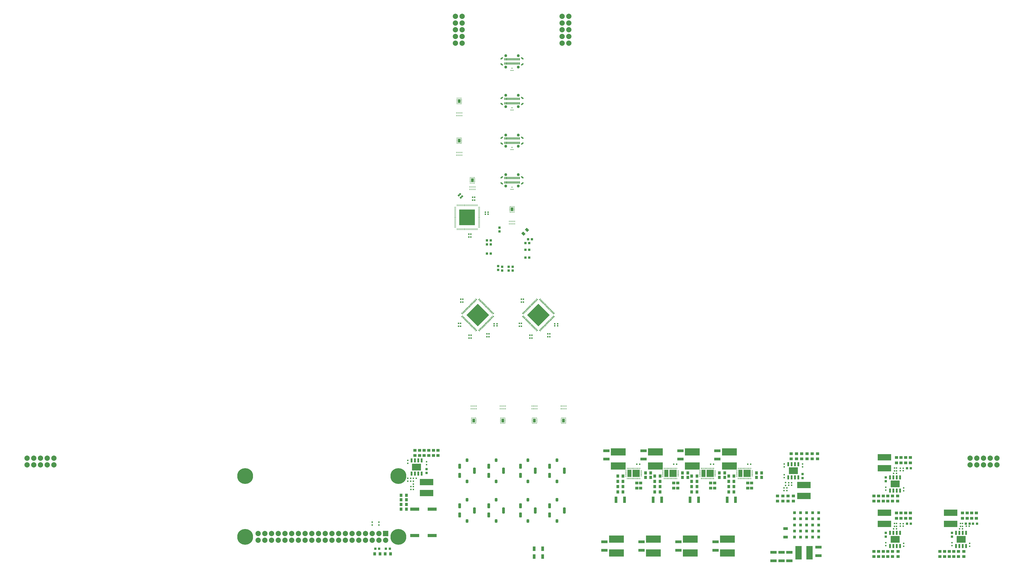
<source format=gbr>
%TF.GenerationSoftware,Altium Limited,Altium Designer,22.5.1 (42)*%
G04 Layer_Color=255*
%FSLAX26Y26*%
%MOIN*%
%TF.SameCoordinates,79F18A81-A5BF-4171-AD75-6FA3A7A6B408*%
%TF.FilePolarity,Positive*%
%TF.FileFunction,Pads,Top*%
%TF.Part,Single*%
G01*
G75*
%TA.AperFunction,SMDPad,CuDef*%
%ADD12R,0.200787X0.092520*%
%ADD13R,0.035433X0.033465*%
%ADD14R,0.023622X0.023622*%
%ADD15R,0.049213X0.039370*%
%ADD16R,0.023622X0.023622*%
%ADD17R,0.031496X0.059055*%
%ADD18R,0.137795X0.102362*%
%ADD19R,0.039370X0.070866*%
%ADD20R,0.043307X0.094488*%
%ADD21R,0.039370X0.049213*%
%ADD22R,0.220472X0.106299*%
%ADD23R,0.094488X0.043307*%
%ADD24R,0.007874X0.023622*%
%ADD25R,0.060236X0.107087*%
%ADD26R,0.107087X0.107087*%
%ADD27R,0.023622X0.009842*%
%ADD28R,0.023622X0.007874*%
%ADD29P,0.033407X4X360.0*%
G04:AMPARAMS|DCode=30|XSize=39.37mil|YSize=55.118mil|CornerRadius=0.984mil|HoleSize=0mil|Usage=FLASHONLY|Rotation=180.000|XOffset=0mil|YOffset=0mil|HoleType=Round|Shape=RoundedRectangle|*
%AMROUNDEDRECTD30*
21,1,0.039370,0.053150,0,0,180.0*
21,1,0.037402,0.055118,0,0,180.0*
1,1,0.001968,-0.018701,0.026575*
1,1,0.001968,0.018701,0.026575*
1,1,0.001968,0.018701,-0.026575*
1,1,0.001968,-0.018701,-0.026575*
%
%ADD30ROUNDEDRECTD30*%
G04:AMPARAMS|DCode=31|XSize=7.874mil|YSize=11.811mil|CornerRadius=0.984mil|HoleSize=0mil|Usage=FLASHONLY|Rotation=180.000|XOffset=0mil|YOffset=0mil|HoleType=Round|Shape=RoundedRectangle|*
%AMROUNDEDRECTD31*
21,1,0.007874,0.009843,0,0,180.0*
21,1,0.005906,0.011811,0,0,180.0*
1,1,0.001968,-0.002953,0.004921*
1,1,0.001968,0.002953,0.004921*
1,1,0.001968,0.002953,-0.004921*
1,1,0.001968,-0.002953,-0.004921*
%
%ADD31ROUNDEDRECTD31*%
G04:AMPARAMS|DCode=32|XSize=7.874mil|YSize=11.811mil|CornerRadius=0.984mil|HoleSize=0mil|Usage=FLASHONLY|Rotation=90.000|XOffset=0mil|YOffset=0mil|HoleType=Round|Shape=RoundedRectangle|*
%AMROUNDEDRECTD32*
21,1,0.007874,0.009843,0,0,90.0*
21,1,0.005906,0.011811,0,0,90.0*
1,1,0.001968,0.004921,0.002953*
1,1,0.001968,0.004921,-0.002953*
1,1,0.001968,-0.004921,-0.002953*
1,1,0.001968,-0.004921,0.002953*
%
%ADD32ROUNDEDRECTD32*%
%ADD33R,0.011811X0.011811*%
%ADD34R,0.007874X0.018701*%
%ADD35R,0.033465X0.035433*%
G04:AMPARAMS|DCode=36|XSize=39.37mil|YSize=49.213mil|CornerRadius=0mil|HoleSize=0mil|Usage=FLASHONLY|Rotation=45.000|XOffset=0mil|YOffset=0mil|HoleType=Round|Shape=Rectangle|*
%AMROTATEDRECTD36*
4,1,4,0.003480,-0.031319,-0.031319,0.003480,-0.003480,0.031319,0.031319,-0.003480,0.003480,-0.031319,0.0*
%
%ADD36ROTATEDRECTD36*%

%ADD37R,0.133858X0.047244*%
%ADD38R,0.092520X0.200787*%
%ADD39R,0.070866X0.039370*%
%TA.AperFunction,BGAPad,CuDef*%
%ADD40R,0.041732X0.041732*%
%TA.AperFunction,SMDPad,CuDef*%
G04:AMPARAMS|DCode=41|XSize=19.685mil|YSize=40.551mil|CornerRadius=0mil|HoleSize=0mil|Usage=FLASHONLY|Rotation=230.000|XOffset=0mil|YOffset=0mil|HoleType=Round|Shape=Rectangle|*
%AMROTATEDRECTD41*
4,1,4,-0.009205,0.020573,0.021859,-0.005493,0.009205,-0.020573,-0.021859,0.005493,-0.009205,0.020573,0.0*
%
%ADD41ROTATEDRECTD41*%

G04:AMPARAMS|DCode=42|XSize=19.685mil|YSize=40.551mil|CornerRadius=0mil|HoleSize=0mil|Usage=FLASHONLY|Rotation=130.000|XOffset=0mil|YOffset=0mil|HoleType=Round|Shape=Rectangle|*
%AMROTATEDRECTD42*
4,1,4,0.021859,0.005493,-0.009205,-0.020573,-0.021859,-0.005493,0.009205,0.020573,0.021859,0.005493,0.0*
%
%ADD42ROTATEDRECTD42*%

%ADD43R,0.011811X0.033465*%
%ADD44R,0.236220X0.236220*%
%ADD45R,0.027165X0.011024*%
%ADD46R,0.011024X0.027165*%
%ADD47P,0.334066X4X90.0*%
G04:AMPARAMS|DCode=48|XSize=11.024mil|YSize=27.165mil|CornerRadius=0mil|HoleSize=0mil|Usage=FLASHONLY|Rotation=135.000|XOffset=0mil|YOffset=0mil|HoleType=Round|Shape=Rectangle|*
%AMROTATEDRECTD48*
4,1,4,0.013502,0.005707,-0.005707,-0.013502,-0.013502,-0.005707,0.005707,0.013502,0.013502,0.005707,0.0*
%
%ADD48ROTATEDRECTD48*%

G04:AMPARAMS|DCode=49|XSize=11.024mil|YSize=27.165mil|CornerRadius=0mil|HoleSize=0mil|Usage=FLASHONLY|Rotation=225.000|XOffset=0mil|YOffset=0mil|HoleType=Round|Shape=Rectangle|*
%AMROTATEDRECTD49*
4,1,4,-0.005707,0.013502,0.013502,-0.005707,0.005707,-0.013502,-0.013502,0.005707,-0.005707,0.013502,0.0*
%
%ADD49ROTATEDRECTD49*%

%TA.AperFunction,ComponentPad*%
%ADD64C,0.078740*%
%ADD65R,0.078740X0.078740*%
%ADD66C,0.236220*%
%ADD67C,0.043307*%
G04:AMPARAMS|DCode=68|XSize=51.181mil|YSize=39.37mil|CornerRadius=9.842mil|HoleSize=0mil|Usage=FLASHONLY|Rotation=90.000|XOffset=0mil|YOffset=0mil|HoleType=Round|Shape=RoundedRectangle|*
%AMROUNDEDRECTD68*
21,1,0.051181,0.019685,0,0,90.0*
21,1,0.031496,0.039370,0,0,90.0*
1,1,0.019685,0.009843,0.015748*
1,1,0.019685,0.009843,-0.015748*
1,1,0.019685,-0.009843,-0.015748*
1,1,0.019685,-0.009843,0.015748*
%
%ADD68ROUNDEDRECTD68*%
G04:AMPARAMS|DCode=69|XSize=90.551mil|YSize=39.37mil|CornerRadius=9.842mil|HoleSize=0mil|Usage=FLASHONLY|Rotation=90.000|XOffset=0mil|YOffset=0mil|HoleType=Round|Shape=RoundedRectangle|*
%AMROUNDEDRECTD69*
21,1,0.090551,0.019685,0,0,90.0*
21,1,0.070866,0.039370,0,0,90.0*
1,1,0.019685,0.009843,0.035433*
1,1,0.019685,0.009843,-0.035433*
1,1,0.019685,-0.009843,-0.035433*
1,1,0.019685,-0.009843,0.035433*
%
%ADD69ROUNDEDRECTD69*%
G04:AMPARAMS|DCode=70|XSize=74.803mil|YSize=39.37mil|CornerRadius=9.842mil|HoleSize=0mil|Usage=FLASHONLY|Rotation=270.000|XOffset=0mil|YOffset=0mil|HoleType=Round|Shape=RoundedRectangle|*
%AMROUNDEDRECTD70*
21,1,0.074803,0.019685,0,0,270.0*
21,1,0.055118,0.039370,0,0,270.0*
1,1,0.019685,-0.009843,-0.027559*
1,1,0.019685,-0.009843,0.027559*
1,1,0.019685,0.009843,0.027559*
1,1,0.019685,0.009843,-0.027559*
%
%ADD70ROUNDEDRECTD70*%
D12*
X12421260Y4386811D02*
D03*
Y4550197D02*
D03*
X6795837Y4432087D02*
D03*
Y4595472D02*
D03*
X14606299Y4136811D02*
D03*
Y3973425D02*
D03*
X13622047Y4136811D02*
D03*
Y3973425D02*
D03*
Y4963583D02*
D03*
Y4800197D02*
D03*
D13*
X12401575Y4713583D02*
D03*
Y4656496D02*
D03*
X7923228Y7748032D02*
D03*
Y7805118D02*
D03*
X8021654D02*
D03*
Y7748032D02*
D03*
X8080709Y7805118D02*
D03*
Y7748032D02*
D03*
X7884842Y8331693D02*
D03*
Y8388780D02*
D03*
X7864173Y7815945D02*
D03*
Y7758858D02*
D03*
X14625984Y3780512D02*
D03*
Y3837598D02*
D03*
X13641732Y3780512D02*
D03*
Y3837598D02*
D03*
X13641732Y4607283D02*
D03*
Y4664370D02*
D03*
X6795837Y4788386D02*
D03*
Y4731299D02*
D03*
D14*
X12401575Y4820866D02*
D03*
Y4864173D02*
D03*
X12125984Y4706693D02*
D03*
Y4663386D02*
D03*
Y4864173D02*
D03*
Y4820866D02*
D03*
X12145669Y4588583D02*
D03*
Y4545276D02*
D03*
X8241969Y7320197D02*
D03*
Y7276890D02*
D03*
X8211969Y7320197D02*
D03*
Y7276890D02*
D03*
X8604331Y6760827D02*
D03*
Y6804134D02*
D03*
X8180118Y6918307D02*
D03*
Y6961614D02*
D03*
X8634331Y6760827D02*
D03*
Y6804134D02*
D03*
X8210118Y6918307D02*
D03*
Y6961614D02*
D03*
X8335630Y6742126D02*
D03*
Y6785433D02*
D03*
X8365630Y6742126D02*
D03*
Y6785433D02*
D03*
X7336461Y7320212D02*
D03*
Y7276905D02*
D03*
X7306461Y7320212D02*
D03*
Y7276905D02*
D03*
X7698819Y6760827D02*
D03*
Y6804134D02*
D03*
X7274606Y6918307D02*
D03*
Y6961614D02*
D03*
X7728819Y6760827D02*
D03*
Y6804134D02*
D03*
X7304606Y6918307D02*
D03*
Y6961614D02*
D03*
X7430118Y6742126D02*
D03*
Y6785433D02*
D03*
X7460118Y6742126D02*
D03*
Y6785433D02*
D03*
X7514252Y8841535D02*
D03*
Y8798228D02*
D03*
X7484252Y8841535D02*
D03*
Y8798228D02*
D03*
X7426181Y8249016D02*
D03*
Y8292323D02*
D03*
X7456181Y8249016D02*
D03*
Y8292323D02*
D03*
X14625984Y3692913D02*
D03*
Y3649606D02*
D03*
X14783465Y3935039D02*
D03*
Y3978346D02*
D03*
X14891732Y3639764D02*
D03*
Y3683071D02*
D03*
X14753937Y3978346D02*
D03*
Y3935039D02*
D03*
X13641732Y3692913D02*
D03*
Y3649606D02*
D03*
X13799213Y3935039D02*
D03*
Y3978346D02*
D03*
X13907480Y3639764D02*
D03*
Y3683071D02*
D03*
X13769685Y3978346D02*
D03*
Y3935039D02*
D03*
X13641732Y4519685D02*
D03*
Y4476378D02*
D03*
X13799213Y4761811D02*
D03*
Y4805118D02*
D03*
X13907480Y4466535D02*
D03*
Y4509842D02*
D03*
X13769685Y4805118D02*
D03*
Y4761811D02*
D03*
X6795837Y4856299D02*
D03*
Y4899606D02*
D03*
X6599971Y4529527D02*
D03*
Y4486220D02*
D03*
Y4608268D02*
D03*
Y4564961D02*
D03*
X6518278Y4917323D02*
D03*
Y4874016D02*
D03*
X6564538Y4486220D02*
D03*
Y4529527D02*
D03*
X6087598Y3954724D02*
D03*
Y3998032D02*
D03*
X5988000Y3954724D02*
D03*
Y3998032D02*
D03*
D15*
X12027559Y4389764D02*
D03*
Y4311024D02*
D03*
X12106299Y4389764D02*
D03*
Y4311024D02*
D03*
X12185039Y4389764D02*
D03*
Y4311024D02*
D03*
X12263780Y4389764D02*
D03*
Y4311024D02*
D03*
X12230315Y4940945D02*
D03*
Y5019685D02*
D03*
X12309055Y4940945D02*
D03*
Y5019685D02*
D03*
X12387795Y4940945D02*
D03*
Y5019685D02*
D03*
X12466535Y4940945D02*
D03*
Y5019685D02*
D03*
X12545276Y4940945D02*
D03*
Y5019685D02*
D03*
X12624016Y4940945D02*
D03*
Y5019685D02*
D03*
X10480315Y4582677D02*
D03*
Y4503937D02*
D03*
X10539370Y4582677D02*
D03*
Y4503937D02*
D03*
X11031496Y4582677D02*
D03*
Y4503937D02*
D03*
X11090551Y4582677D02*
D03*
Y4503937D02*
D03*
X9929134Y4582677D02*
D03*
Y4503937D02*
D03*
X9988189Y4582677D02*
D03*
Y4503937D02*
D03*
X11582677Y4582677D02*
D03*
Y4503937D02*
D03*
X11641732Y4582677D02*
D03*
Y4503937D02*
D03*
X14852362Y4133858D02*
D03*
Y4055118D02*
D03*
X14921260Y4133858D02*
D03*
Y4055118D02*
D03*
X14990157Y4133858D02*
D03*
Y4055118D02*
D03*
X14783465Y4133858D02*
D03*
Y4055118D02*
D03*
X14724409Y3562992D02*
D03*
Y3484252D02*
D03*
X14803150Y3562992D02*
D03*
Y3484252D02*
D03*
X14655512Y3562992D02*
D03*
Y3484252D02*
D03*
X14586614Y3562992D02*
D03*
Y3484252D02*
D03*
X14517717Y3562992D02*
D03*
Y3484252D02*
D03*
X14448819Y3562992D02*
D03*
Y3484252D02*
D03*
X14005906Y4133858D02*
D03*
Y4055118D02*
D03*
X13937008Y4133858D02*
D03*
Y4055118D02*
D03*
X13868110Y4133858D02*
D03*
Y4055118D02*
D03*
X13799213Y4133858D02*
D03*
Y4055118D02*
D03*
X13740157Y3562992D02*
D03*
Y3484252D02*
D03*
X13825040Y3562992D02*
D03*
Y3484252D02*
D03*
X13671260Y3562992D02*
D03*
Y3484252D02*
D03*
X13602362Y3562992D02*
D03*
Y3484252D02*
D03*
X13533465Y3562992D02*
D03*
Y3484252D02*
D03*
X13464567Y3562992D02*
D03*
Y3484252D02*
D03*
X14005906Y4960630D02*
D03*
Y4881890D02*
D03*
X13937008Y4960630D02*
D03*
Y4881890D02*
D03*
X13868110Y4960630D02*
D03*
Y4881890D02*
D03*
X13799213Y4960630D02*
D03*
Y4881890D02*
D03*
X13740158Y4389764D02*
D03*
Y4311024D02*
D03*
X13818898Y4389764D02*
D03*
Y4311024D02*
D03*
X13671260Y4389764D02*
D03*
Y4311024D02*
D03*
X13602362Y4389764D02*
D03*
Y4311024D02*
D03*
X13533465Y4389764D02*
D03*
Y4311024D02*
D03*
X13464567Y4389764D02*
D03*
Y4311024D02*
D03*
X6761811Y4990158D02*
D03*
Y5068898D02*
D03*
X6830709Y4990158D02*
D03*
Y5068898D02*
D03*
X6899606Y4990158D02*
D03*
Y5068898D02*
D03*
X6624016Y4990158D02*
D03*
Y5068898D02*
D03*
X6692913Y4990158D02*
D03*
Y5068898D02*
D03*
X6968504Y4990158D02*
D03*
Y5068898D02*
D03*
D16*
X12124016Y4507874D02*
D03*
X12167323D02*
D03*
Y4468504D02*
D03*
X12124016D02*
D03*
X12192913Y4586614D02*
D03*
X12236220D02*
D03*
Y4547244D02*
D03*
X12192913D02*
D03*
X10523622Y4862205D02*
D03*
X10480315D02*
D03*
X11074803D02*
D03*
X11031496D02*
D03*
X9972441D02*
D03*
X9929134D02*
D03*
X11625984D02*
D03*
X11582677D02*
D03*
X8751535Y6924016D02*
D03*
X8708228D02*
D03*
X8751535Y6954016D02*
D03*
X8708228D02*
D03*
X7846036Y6924025D02*
D03*
X7802729D02*
D03*
X7846036Y6954025D02*
D03*
X7802729D02*
D03*
X7715551Y8587598D02*
D03*
X7672244D02*
D03*
X7715551Y8617598D02*
D03*
X7672244D02*
D03*
X14840551Y3937008D02*
D03*
X14883858D02*
D03*
X14785433Y3897638D02*
D03*
X14742126D02*
D03*
X13899606Y3976378D02*
D03*
X13856299D02*
D03*
Y3937008D02*
D03*
X13899606D02*
D03*
X13801181Y3897638D02*
D03*
X13757874D02*
D03*
X13899606Y4803150D02*
D03*
X13856299D02*
D03*
Y4763779D02*
D03*
X13899606D02*
D03*
X13801181Y4724409D02*
D03*
X13757874D02*
D03*
X6600955Y4651575D02*
D03*
X6644262D02*
D03*
X6518278D02*
D03*
X6561585D02*
D03*
X6518278Y4608268D02*
D03*
X6561585D02*
D03*
D17*
X12338780Y4665354D02*
D03*
X12288780D02*
D03*
X12188780D02*
D03*
X12238780D02*
D03*
Y4862205D02*
D03*
X12188780D02*
D03*
X12288780D02*
D03*
X12338780D02*
D03*
X14688780Y3838583D02*
D03*
X14738780D02*
D03*
X14838780D02*
D03*
X14788780D02*
D03*
Y3641732D02*
D03*
X14838780D02*
D03*
X14738780D02*
D03*
X14688780D02*
D03*
X13704528Y3838583D02*
D03*
X13754528D02*
D03*
X13854528D02*
D03*
X13804528D02*
D03*
Y3641732D02*
D03*
X13854528D02*
D03*
X13754528D02*
D03*
X13704528D02*
D03*
Y4665354D02*
D03*
X13754528D02*
D03*
X13854528D02*
D03*
X13804528D02*
D03*
Y4468504D02*
D03*
X13854528D02*
D03*
X13754528D02*
D03*
X13704528D02*
D03*
X6723199Y4720472D02*
D03*
X6673199D02*
D03*
X6573199D02*
D03*
X6623199D02*
D03*
Y4917323D02*
D03*
X6573199D02*
D03*
X6673199D02*
D03*
X6723199D02*
D03*
D18*
X12263780Y4763779D02*
D03*
X14763780Y3740157D02*
D03*
X13779528D02*
D03*
Y4566929D02*
D03*
X6648199Y4818898D02*
D03*
D19*
X8527559Y3484252D02*
D03*
X8401575D02*
D03*
X8527559Y3602362D02*
D03*
X8401575D02*
D03*
D20*
X11401575Y4330709D02*
D03*
X11275591D02*
D03*
X10173228D02*
D03*
X10299213D02*
D03*
X10724409D02*
D03*
X10850394D02*
D03*
X9622047D02*
D03*
X9748031D02*
D03*
D21*
X11299213Y4606299D02*
D03*
X11377953D02*
D03*
X11299213Y4527559D02*
D03*
X11377953D02*
D03*
X11299213Y4448819D02*
D03*
X11377953D02*
D03*
X11299213Y4685039D02*
D03*
X11377953D02*
D03*
X10275591D02*
D03*
X10196850D02*
D03*
X10275591Y4606299D02*
D03*
X10196850D02*
D03*
X10275591Y4527559D02*
D03*
X10196850D02*
D03*
X10275591Y4448819D02*
D03*
X10196850D02*
D03*
X10610236Y4732283D02*
D03*
X10688976D02*
D03*
X10610236Y4665354D02*
D03*
X10688976D02*
D03*
X10826772Y4685039D02*
D03*
X10748031D02*
D03*
X10826772Y4606299D02*
D03*
X10748031D02*
D03*
X10826772Y4527559D02*
D03*
X10748031D02*
D03*
X10826772Y4448819D02*
D03*
X10748031D02*
D03*
X11161417Y4732283D02*
D03*
X11240157D02*
D03*
X11161417Y4665354D02*
D03*
X11240157D02*
D03*
X9724409Y4685039D02*
D03*
X9645669D02*
D03*
X9724409Y4606299D02*
D03*
X9645669D02*
D03*
X9724409Y4527559D02*
D03*
X9645669D02*
D03*
X9724409Y4448819D02*
D03*
X9645669D02*
D03*
X10059055Y4732283D02*
D03*
X10137795D02*
D03*
X10059055Y4665354D02*
D03*
X10137795D02*
D03*
X11712598Y4732283D02*
D03*
X11791339D02*
D03*
X11712598Y4665354D02*
D03*
X11791339D02*
D03*
X6496063Y4399606D02*
D03*
X6417323D02*
D03*
X6496063Y4330709D02*
D03*
X6417323D02*
D03*
X6496063Y4261811D02*
D03*
X6417323D02*
D03*
X6496063Y4192913D02*
D03*
X6417323D02*
D03*
X6102362Y3523622D02*
D03*
X6023622D02*
D03*
X6181102D02*
D03*
X6259842D02*
D03*
D22*
X9625983Y3746063D02*
D03*
Y3537402D02*
D03*
X10177165Y3746063D02*
D03*
Y3537402D02*
D03*
X10728346Y3746063D02*
D03*
Y3537402D02*
D03*
X11279527Y3746063D02*
D03*
Y3537402D02*
D03*
X10206693Y4836614D02*
D03*
Y5045276D02*
D03*
X10757874Y4836614D02*
D03*
Y5045276D02*
D03*
X9655512Y4836614D02*
D03*
Y5045276D02*
D03*
X11309055Y4836614D02*
D03*
Y5045276D02*
D03*
D23*
X9448819Y3578740D02*
D03*
Y3704724D02*
D03*
X10000000Y3578740D02*
D03*
Y3704724D02*
D03*
X10551181Y3578740D02*
D03*
Y3704724D02*
D03*
X11102362Y3578740D02*
D03*
Y3704724D02*
D03*
X10029528Y5062992D02*
D03*
Y4937008D02*
D03*
X10580709Y5062992D02*
D03*
Y4937008D02*
D03*
X9478346Y5062992D02*
D03*
Y4937008D02*
D03*
X11131890Y5062992D02*
D03*
Y4937008D02*
D03*
X12637795Y3500000D02*
D03*
Y3625984D02*
D03*
X12204724Y3421260D02*
D03*
Y3547244D02*
D03*
X12086614Y3421260D02*
D03*
Y3547244D02*
D03*
X11968504Y3421260D02*
D03*
Y3547244D02*
D03*
D24*
X9897638Y4799212D02*
D03*
X9976378Y4649606D02*
D03*
X9960630D02*
D03*
X9929134D02*
D03*
X9913386D02*
D03*
X9897638D02*
D03*
X9881890D02*
D03*
X9866142D02*
D03*
X9850394D02*
D03*
X9834646D02*
D03*
X9818898D02*
D03*
X9803149D02*
D03*
X9787401D02*
D03*
Y4799212D02*
D03*
X9803149D02*
D03*
X9818898D02*
D03*
X9834646D02*
D03*
X9850394D02*
D03*
X9866142D02*
D03*
X9881890D02*
D03*
X9913386D02*
D03*
X9929134D02*
D03*
X9944882D02*
D03*
X9960630D02*
D03*
X9976378D02*
D03*
X9944882Y4649606D02*
D03*
X10448819Y4799212D02*
D03*
X10527559Y4649606D02*
D03*
X10511811D02*
D03*
X10480315D02*
D03*
X10464567D02*
D03*
X10448819D02*
D03*
X10433071D02*
D03*
X10417323D02*
D03*
X10401575D02*
D03*
X10385827D02*
D03*
X10370079D02*
D03*
X10354331D02*
D03*
X10338583D02*
D03*
Y4799212D02*
D03*
X10354331D02*
D03*
X10370079D02*
D03*
X10385827D02*
D03*
X10401575D02*
D03*
X10417323D02*
D03*
X10433071D02*
D03*
X10464567D02*
D03*
X10480315D02*
D03*
X10496063D02*
D03*
X10511811D02*
D03*
X10527559D02*
D03*
X10496063Y4649606D02*
D03*
X11000000Y4799212D02*
D03*
X11078740Y4649606D02*
D03*
X11062992D02*
D03*
X11031496D02*
D03*
X11015748D02*
D03*
X11000000D02*
D03*
X10984252D02*
D03*
X10968504D02*
D03*
X10952756D02*
D03*
X10937008D02*
D03*
X10921260D02*
D03*
X10905512D02*
D03*
X10889764D02*
D03*
Y4799212D02*
D03*
X10905512D02*
D03*
X10921260D02*
D03*
X10937008D02*
D03*
X10952756D02*
D03*
X10968504D02*
D03*
X10984252D02*
D03*
X11015748D02*
D03*
X11031496D02*
D03*
X11047244D02*
D03*
X11062992D02*
D03*
X11078740D02*
D03*
X11047244Y4649606D02*
D03*
X11551181Y4799212D02*
D03*
X11629921Y4649606D02*
D03*
X11614173D02*
D03*
X11582677D02*
D03*
X11566929D02*
D03*
X11551181D02*
D03*
X11535433D02*
D03*
X11519685D02*
D03*
X11503937D02*
D03*
X11488189D02*
D03*
X11472441D02*
D03*
X11456693D02*
D03*
X11440945D02*
D03*
Y4799212D02*
D03*
X11456693D02*
D03*
X11472441D02*
D03*
X11488189D02*
D03*
X11503937D02*
D03*
X11519685D02*
D03*
X11535433D02*
D03*
X11566929D02*
D03*
X11582677D02*
D03*
X11598425D02*
D03*
X11614173D02*
D03*
X11629921D02*
D03*
X11598425Y4649606D02*
D03*
D25*
X9820472Y4724409D02*
D03*
X10371654D02*
D03*
X10922835D02*
D03*
X11474016D02*
D03*
D26*
X9919882D02*
D03*
X10471063D02*
D03*
X11022244D02*
D03*
X11573425D02*
D03*
D27*
X9767717Y4680118D02*
D03*
Y4768701D02*
D03*
X10318898Y4680118D02*
D03*
Y4768701D02*
D03*
X10870079Y4680118D02*
D03*
Y4768701D02*
D03*
X11421260Y4680118D02*
D03*
Y4768701D02*
D03*
D28*
X9767717Y4698819D02*
D03*
Y4716535D02*
D03*
Y4732283D02*
D03*
Y4750000D02*
D03*
X9996063Y4763779D02*
D03*
Y4748031D02*
D03*
Y4732283D02*
D03*
Y4716535D02*
D03*
Y4700787D02*
D03*
Y4685039D02*
D03*
X10318898Y4698819D02*
D03*
Y4716535D02*
D03*
Y4732283D02*
D03*
Y4750000D02*
D03*
X10547244Y4763779D02*
D03*
Y4748031D02*
D03*
Y4732283D02*
D03*
Y4716535D02*
D03*
Y4700787D02*
D03*
Y4685039D02*
D03*
X10870079Y4698819D02*
D03*
Y4716535D02*
D03*
Y4732283D02*
D03*
Y4750000D02*
D03*
X11098425Y4763779D02*
D03*
Y4748031D02*
D03*
Y4732283D02*
D03*
Y4716535D02*
D03*
Y4700787D02*
D03*
Y4685039D02*
D03*
X11421260Y4698819D02*
D03*
Y4716535D02*
D03*
Y4732283D02*
D03*
Y4750000D02*
D03*
X11649606Y4763779D02*
D03*
Y4748031D02*
D03*
Y4732283D02*
D03*
Y4716535D02*
D03*
Y4700787D02*
D03*
Y4685039D02*
D03*
D29*
X7277311Y8867371D02*
D03*
X7307933Y8836748D02*
D03*
X7297311Y8887371D02*
D03*
X7327933Y8856748D02*
D03*
D30*
X8070866Y8661417D02*
D03*
X7283465Y10275591D02*
D03*
Y9685039D02*
D03*
X7480315Y9094488D02*
D03*
X8838583Y5511811D02*
D03*
X8405512D02*
D03*
X7933071D02*
D03*
X7500000D02*
D03*
D31*
X8102362Y8620079D02*
D03*
X8086614D02*
D03*
X8070866D02*
D03*
X8055118D02*
D03*
X8039370D02*
D03*
Y8702756D02*
D03*
X8055118D02*
D03*
X8070866D02*
D03*
X8086614D02*
D03*
X8102362D02*
D03*
X7314961Y10234252D02*
D03*
X7299213D02*
D03*
X7283465D02*
D03*
X7267717D02*
D03*
X7251968D02*
D03*
Y10316929D02*
D03*
X7267717D02*
D03*
X7283465D02*
D03*
X7299213D02*
D03*
X7314961D02*
D03*
Y9643701D02*
D03*
X7299213D02*
D03*
X7283465D02*
D03*
X7267717D02*
D03*
X7251968D02*
D03*
Y9726378D02*
D03*
X7267717D02*
D03*
X7283465D02*
D03*
X7299213D02*
D03*
X7314961D02*
D03*
X7511811Y9053150D02*
D03*
X7496063D02*
D03*
X7480315D02*
D03*
X7464567D02*
D03*
X7448819D02*
D03*
Y9135827D02*
D03*
X7464567D02*
D03*
X7480315D02*
D03*
X7496063D02*
D03*
X7511811D02*
D03*
X8807087Y5470472D02*
D03*
X8822835D02*
D03*
X8838583D02*
D03*
X8854331D02*
D03*
X8870079D02*
D03*
Y5553150D02*
D03*
X8854331D02*
D03*
X8838583D02*
D03*
X8822835D02*
D03*
X8807087D02*
D03*
X8374016Y5470472D02*
D03*
X8389764D02*
D03*
X8405512D02*
D03*
X8421260D02*
D03*
X8437008D02*
D03*
Y5553150D02*
D03*
X8421260D02*
D03*
X8405512D02*
D03*
X8389764D02*
D03*
X8374016D02*
D03*
X7901575Y5470472D02*
D03*
X7917323D02*
D03*
X7933071D02*
D03*
X7948819D02*
D03*
X7964567D02*
D03*
Y5553150D02*
D03*
X7948819D02*
D03*
X7933071D02*
D03*
X7917323D02*
D03*
X7901575D02*
D03*
X7468504D02*
D03*
X7484252D02*
D03*
X7500000D02*
D03*
X7515748D02*
D03*
X7531496D02*
D03*
Y5470472D02*
D03*
X7515748D02*
D03*
X7500000D02*
D03*
X7484252D02*
D03*
X7468504D02*
D03*
D32*
X8037401Y8637795D02*
D03*
Y8653543D02*
D03*
Y8669291D02*
D03*
Y8685039D02*
D03*
X8104331D02*
D03*
Y8669291D02*
D03*
Y8653543D02*
D03*
Y8637795D02*
D03*
X7250000Y10251969D02*
D03*
Y10267717D02*
D03*
Y10283465D02*
D03*
Y10299213D02*
D03*
X7316929D02*
D03*
Y10283465D02*
D03*
Y10267717D02*
D03*
Y10251969D02*
D03*
X7250000Y9661417D02*
D03*
Y9677165D02*
D03*
Y9692913D02*
D03*
Y9708661D02*
D03*
X7316929D02*
D03*
Y9692913D02*
D03*
Y9677165D02*
D03*
Y9661417D02*
D03*
X7446850Y9070866D02*
D03*
Y9086614D02*
D03*
Y9102362D02*
D03*
Y9118110D02*
D03*
X7513780D02*
D03*
Y9102362D02*
D03*
Y9086614D02*
D03*
Y9070866D02*
D03*
X8805118Y5535433D02*
D03*
Y5519685D02*
D03*
Y5503937D02*
D03*
Y5488189D02*
D03*
X8872047D02*
D03*
Y5503937D02*
D03*
Y5519685D02*
D03*
Y5535433D02*
D03*
X8372047D02*
D03*
Y5519685D02*
D03*
Y5503937D02*
D03*
Y5488189D02*
D03*
X8438976D02*
D03*
Y5503937D02*
D03*
Y5519685D02*
D03*
Y5535433D02*
D03*
X7899606D02*
D03*
Y5519685D02*
D03*
Y5503937D02*
D03*
Y5488189D02*
D03*
X7966535D02*
D03*
Y5503937D02*
D03*
Y5519685D02*
D03*
Y5535433D02*
D03*
X7533465D02*
D03*
Y5519685D02*
D03*
Y5503937D02*
D03*
Y5488189D02*
D03*
X7466535D02*
D03*
Y5503937D02*
D03*
Y5519685D02*
D03*
Y5535433D02*
D03*
D33*
X8057087Y10731299D02*
D03*
X8084646D02*
D03*
X8070866Y10764764D02*
D03*
X8057087Y10140748D02*
D03*
X8084646D02*
D03*
X8070866Y10174213D02*
D03*
X8057087Y9550197D02*
D03*
X8084646D02*
D03*
X8070866Y9583662D02*
D03*
X8057087Y8959646D02*
D03*
X8084646D02*
D03*
X8070866Y8993110D02*
D03*
D34*
X7322835Y10097441D02*
D03*
X7303150D02*
D03*
X7283465D02*
D03*
X7263780D02*
D03*
X7244095D02*
D03*
Y10060039D02*
D03*
X7263779D02*
D03*
X7283465D02*
D03*
X7303150D02*
D03*
X7322835D02*
D03*
Y9506890D02*
D03*
X7303150D02*
D03*
X7283465D02*
D03*
X7263780D02*
D03*
X7244095D02*
D03*
Y9469488D02*
D03*
X7263779D02*
D03*
X7283465D02*
D03*
X7303150D02*
D03*
X7322835D02*
D03*
X7519685Y8995079D02*
D03*
X7500000D02*
D03*
X7480315D02*
D03*
X7460630D02*
D03*
X7440945D02*
D03*
Y8957677D02*
D03*
X7460630D02*
D03*
X7480315D02*
D03*
X7500000D02*
D03*
X7519685D02*
D03*
X8110236Y8483268D02*
D03*
X8090551D02*
D03*
X8070866D02*
D03*
X8051181D02*
D03*
X8031496D02*
D03*
Y8445866D02*
D03*
X8051181D02*
D03*
X8070866D02*
D03*
X8090551D02*
D03*
X8110236D02*
D03*
X8799213Y5689961D02*
D03*
X8818898D02*
D03*
X8838583D02*
D03*
X8858268D02*
D03*
X8877953D02*
D03*
Y5727362D02*
D03*
X8858268D02*
D03*
X8838583D02*
D03*
X8818898D02*
D03*
X8799213D02*
D03*
X7893701Y5689961D02*
D03*
X7913386D02*
D03*
X7933071D02*
D03*
X7952756D02*
D03*
X7972441D02*
D03*
Y5727362D02*
D03*
X7952756D02*
D03*
X7933071D02*
D03*
X7913386D02*
D03*
X7893701D02*
D03*
X8366142Y5689961D02*
D03*
X8385827D02*
D03*
X8405512D02*
D03*
X8425197D02*
D03*
X8444882D02*
D03*
Y5727362D02*
D03*
X8425197D02*
D03*
X8405512D02*
D03*
X8385827D02*
D03*
X8366142D02*
D03*
X7460630Y5689961D02*
D03*
X7480315D02*
D03*
X7500000D02*
D03*
X7519685D02*
D03*
X7539370D02*
D03*
Y5727362D02*
D03*
X7519685D02*
D03*
X7500000D02*
D03*
X7480315D02*
D03*
X7460630D02*
D03*
D35*
X8271654Y8060039D02*
D03*
X8328740D02*
D03*
X8311024Y8214567D02*
D03*
X8368110D02*
D03*
X7753937Y8198819D02*
D03*
X7696850D02*
D03*
X7753937Y8139764D02*
D03*
X7696850D02*
D03*
X7753937Y8001968D02*
D03*
X7696850D02*
D03*
X8270669Y7941929D02*
D03*
X8327756D02*
D03*
X8270669Y8159449D02*
D03*
X8327756D02*
D03*
X14890748Y3976378D02*
D03*
X14833661D02*
D03*
X14999016D02*
D03*
X14941929D02*
D03*
X14014764D02*
D03*
X13957677D02*
D03*
X14014764Y4803150D02*
D03*
X13957677D02*
D03*
X6091535Y3600392D02*
D03*
X6034449D02*
D03*
X6191929Y3602362D02*
D03*
X6249016D02*
D03*
D36*
X8239878Y8298933D02*
D03*
X8295555Y8354611D02*
D03*
D37*
X6622047Y3799212D02*
D03*
X6881890D02*
D03*
X6622047Y4192913D02*
D03*
X6881890D02*
D03*
D38*
X12502953Y3543307D02*
D03*
X12339567D02*
D03*
D39*
X12145669Y3775591D02*
D03*
Y3901575D02*
D03*
D40*
X12370472Y4137008D02*
D03*
X12280315D02*
D03*
X12640945D02*
D03*
X12550787D02*
D03*
X12460630D02*
D03*
X12370472Y4046851D02*
D03*
X12280315D02*
D03*
X12640945D02*
D03*
X12550787D02*
D03*
X12460630D02*
D03*
Y3956693D02*
D03*
X12550787D02*
D03*
X12640945D02*
D03*
X12280315D02*
D03*
X12370472D02*
D03*
X12460630Y3866535D02*
D03*
X12550787D02*
D03*
X12640945D02*
D03*
X12280315D02*
D03*
X12370472D02*
D03*
X12460630Y3776378D02*
D03*
X12550787D02*
D03*
X12640945D02*
D03*
X12280315D02*
D03*
X12370472D02*
D03*
D41*
X8223622Y10910827D02*
D03*
X7918110Y10821457D02*
D03*
X8223622Y10320276D02*
D03*
X7918110Y10230906D02*
D03*
X8223622Y9729724D02*
D03*
X7918110Y9640354D02*
D03*
X8223622Y9139173D02*
D03*
X7918110Y9049803D02*
D03*
D42*
X8223622Y10821457D02*
D03*
X7918110Y10910827D02*
D03*
X8223622Y10230906D02*
D03*
X7918110Y10320276D02*
D03*
X8223622Y9640354D02*
D03*
X7918110Y9729724D02*
D03*
X8223622Y9049803D02*
D03*
X7918110Y9139173D02*
D03*
D43*
X8179134Y10898819D02*
D03*
X8159449D02*
D03*
X8139764D02*
D03*
X8120079D02*
D03*
X8100394D02*
D03*
X8080709D02*
D03*
X8061024D02*
D03*
X8041338D02*
D03*
X8021654D02*
D03*
X8001968D02*
D03*
X7982283D02*
D03*
X7962598D02*
D03*
Y10833465D02*
D03*
X7982283D02*
D03*
X8001968D02*
D03*
X8021654D02*
D03*
X8041338D02*
D03*
X8061024D02*
D03*
X8080709D02*
D03*
X8100394D02*
D03*
X8120079D02*
D03*
X8139764D02*
D03*
X8159449D02*
D03*
X8179134D02*
D03*
Y10308268D02*
D03*
X8159449D02*
D03*
X8139764D02*
D03*
X8120079D02*
D03*
X8100394D02*
D03*
X8080709D02*
D03*
X8061024D02*
D03*
X8041338D02*
D03*
X8021654D02*
D03*
X8001968D02*
D03*
X7982283D02*
D03*
X7962598D02*
D03*
Y10242913D02*
D03*
X7982283D02*
D03*
X8001968D02*
D03*
X8021654D02*
D03*
X8041338D02*
D03*
X8061024D02*
D03*
X8080709D02*
D03*
X8100394D02*
D03*
X8120079D02*
D03*
X8139764D02*
D03*
X8159449D02*
D03*
X8179134D02*
D03*
Y9717717D02*
D03*
X8159449D02*
D03*
X8139764D02*
D03*
X8120079D02*
D03*
X8100394D02*
D03*
X8080709D02*
D03*
X8061024D02*
D03*
X8041338D02*
D03*
X8021654D02*
D03*
X8001968D02*
D03*
X7982283D02*
D03*
X7962598D02*
D03*
Y9652362D02*
D03*
X7982283D02*
D03*
X8001968D02*
D03*
X8021654D02*
D03*
X8041338D02*
D03*
X8061024D02*
D03*
X8080709D02*
D03*
X8100394D02*
D03*
X8120079D02*
D03*
X8139764D02*
D03*
X8159449D02*
D03*
X8179134D02*
D03*
Y9127165D02*
D03*
X8159449D02*
D03*
X8139764D02*
D03*
X8120079D02*
D03*
X8100394D02*
D03*
X8080709D02*
D03*
X8061024D02*
D03*
X8041338D02*
D03*
X8021654D02*
D03*
X8001968D02*
D03*
X7982283D02*
D03*
X7962598D02*
D03*
Y9061811D02*
D03*
X7982283D02*
D03*
X8001968D02*
D03*
X8021654D02*
D03*
X8041338D02*
D03*
X8061024D02*
D03*
X8080709D02*
D03*
X8100394D02*
D03*
X8120079D02*
D03*
X8139764D02*
D03*
X8159449D02*
D03*
X8179134D02*
D03*
D44*
X7401575Y8543307D02*
D03*
D45*
X7579724Y8533465D02*
D03*
Y8513780D02*
D03*
Y8494094D02*
D03*
Y8474409D02*
D03*
Y8454724D02*
D03*
Y8435039D02*
D03*
Y8415354D02*
D03*
Y8395669D02*
D03*
Y8553150D02*
D03*
Y8572835D02*
D03*
Y8592520D02*
D03*
Y8612205D02*
D03*
Y8631890D02*
D03*
Y8651575D02*
D03*
Y8671260D02*
D03*
Y8690945D02*
D03*
X7223425Y8553150D02*
D03*
Y8572835D02*
D03*
Y8592520D02*
D03*
Y8612205D02*
D03*
Y8631890D02*
D03*
Y8651575D02*
D03*
Y8671260D02*
D03*
Y8690945D02*
D03*
Y8533465D02*
D03*
Y8513780D02*
D03*
Y8494094D02*
D03*
Y8474409D02*
D03*
Y8454724D02*
D03*
Y8435039D02*
D03*
Y8415354D02*
D03*
Y8395669D02*
D03*
D46*
X7411417Y8721457D02*
D03*
X7431102D02*
D03*
X7450787D02*
D03*
X7470472D02*
D03*
X7490158D02*
D03*
X7509842D02*
D03*
X7529528D02*
D03*
X7549213D02*
D03*
X7391732D02*
D03*
X7372047D02*
D03*
X7352362D02*
D03*
X7332677D02*
D03*
X7312992D02*
D03*
X7293307D02*
D03*
X7273622D02*
D03*
X7253937D02*
D03*
X7391732Y8365157D02*
D03*
X7372047D02*
D03*
X7352362D02*
D03*
X7332677D02*
D03*
X7312992D02*
D03*
X7293307D02*
D03*
X7273622D02*
D03*
X7253937D02*
D03*
X7411417D02*
D03*
X7431102D02*
D03*
X7450787D02*
D03*
X7470472D02*
D03*
X7490158D02*
D03*
X7509842D02*
D03*
X7529528D02*
D03*
X7549213D02*
D03*
D47*
X8464567Y7086614D02*
D03*
X7559055D02*
D03*
D48*
X8331636Y6967603D02*
D03*
X8317717Y6981523D02*
D03*
X8303798Y6995442D02*
D03*
X8289878Y7009361D02*
D03*
X8275959Y7023281D02*
D03*
X8262039Y7037200D02*
D03*
X8248120Y7051120D02*
D03*
X8234200Y7065039D02*
D03*
X8345556Y6953684D02*
D03*
X8359475Y6939764D02*
D03*
X8373395Y6925845D02*
D03*
X8387314Y6911925D02*
D03*
X8401234Y6898006D02*
D03*
X8415153Y6884087D02*
D03*
X8429072Y6870167D02*
D03*
X8442992Y6856248D02*
D03*
X8597497Y7205625D02*
D03*
X8611417Y7191706D02*
D03*
X8625336Y7177786D02*
D03*
X8639256Y7163867D02*
D03*
X8653175Y7149948D02*
D03*
X8667094Y7136028D02*
D03*
X8681014Y7122109D02*
D03*
X8694933Y7108189D02*
D03*
X8583578Y7219545D02*
D03*
X8569658Y7233464D02*
D03*
X8555739Y7247384D02*
D03*
X8541820Y7261303D02*
D03*
X8527900Y7275222D02*
D03*
X8513981Y7289142D02*
D03*
X8500061Y7303061D02*
D03*
X8486142Y7316981D02*
D03*
X7426125Y6967603D02*
D03*
X7412205Y6981523D02*
D03*
X7398286Y6995442D02*
D03*
X7384366Y7009361D02*
D03*
X7370447Y7023281D02*
D03*
X7356528Y7037200D02*
D03*
X7342608Y7051120D02*
D03*
X7328689Y7065039D02*
D03*
X7440044Y6953684D02*
D03*
X7453963Y6939764D02*
D03*
X7467883Y6925845D02*
D03*
X7481802Y6911925D02*
D03*
X7495722Y6898006D02*
D03*
X7509641Y6884087D02*
D03*
X7523561Y6870167D02*
D03*
X7537480Y6856248D02*
D03*
X7691986Y7205625D02*
D03*
X7705905Y7191706D02*
D03*
X7719824Y7177786D02*
D03*
X7733744Y7163867D02*
D03*
X7747663Y7149948D02*
D03*
X7761583Y7136028D02*
D03*
X7775502Y7122109D02*
D03*
X7789422Y7108189D02*
D03*
X7678066Y7219545D02*
D03*
X7664147Y7233464D02*
D03*
X7650227Y7247384D02*
D03*
X7636308Y7261303D02*
D03*
X7622389Y7275222D02*
D03*
X7608469Y7289142D02*
D03*
X7594550Y7303061D02*
D03*
X7580630Y7316981D02*
D03*
D49*
X8583578Y6953684D02*
D03*
X8569658Y6939764D02*
D03*
X8555739Y6925845D02*
D03*
X8541820Y6911925D02*
D03*
X8527900Y6898006D02*
D03*
X8513981Y6884087D02*
D03*
X8500061Y6870167D02*
D03*
X8486142Y6856248D02*
D03*
X8597497Y6967603D02*
D03*
X8611417Y6981523D02*
D03*
X8625336Y6995442D02*
D03*
X8639256Y7009361D02*
D03*
X8653175Y7023281D02*
D03*
X8667094Y7037200D02*
D03*
X8681014Y7051120D02*
D03*
X8694933Y7065039D02*
D03*
X8345556Y7219545D02*
D03*
X8359475Y7233464D02*
D03*
X8373395Y7247384D02*
D03*
X8387314Y7261303D02*
D03*
X8401234Y7275222D02*
D03*
X8415153Y7289142D02*
D03*
X8429072Y7303061D02*
D03*
X8442992Y7316981D02*
D03*
X8331636Y7205625D02*
D03*
X8317717Y7191706D02*
D03*
X8303798Y7177786D02*
D03*
X8289878Y7163867D02*
D03*
X8275959Y7149948D02*
D03*
X8262039Y7136028D02*
D03*
X8248120Y7122109D02*
D03*
X8234200Y7108189D02*
D03*
X7678066Y6953684D02*
D03*
X7664147Y6939764D02*
D03*
X7650227Y6925845D02*
D03*
X7636308Y6911925D02*
D03*
X7622389Y6898006D02*
D03*
X7608469Y6884087D02*
D03*
X7594550Y6870167D02*
D03*
X7580630Y6856248D02*
D03*
X7691986Y6967603D02*
D03*
X7705905Y6981523D02*
D03*
X7719824Y6995442D02*
D03*
X7733744Y7009361D02*
D03*
X7747663Y7023281D02*
D03*
X7761583Y7037200D02*
D03*
X7775502Y7051120D02*
D03*
X7789422Y7065039D02*
D03*
X7440044Y7219545D02*
D03*
X7453963Y7233464D02*
D03*
X7467883Y7247384D02*
D03*
X7481802Y7261303D02*
D03*
X7495722Y7275222D02*
D03*
X7509641Y7289142D02*
D03*
X7523561Y7303061D02*
D03*
X7537480Y7316981D02*
D03*
X7426125Y7205625D02*
D03*
X7412205Y7191706D02*
D03*
X7398286Y7177786D02*
D03*
X7384366Y7163867D02*
D03*
X7370447Y7149948D02*
D03*
X7356528Y7136028D02*
D03*
X7342608Y7122109D02*
D03*
X7328689Y7108189D02*
D03*
D64*
X5288543Y3830000D02*
D03*
X5188543D02*
D03*
X5088543D02*
D03*
X943307Y4851575D02*
D03*
X1143307D02*
D03*
X1043307D02*
D03*
X843307Y4951575D02*
D03*
X943307D02*
D03*
X1043307D02*
D03*
X1143307D02*
D03*
X1243307D02*
D03*
Y4851575D02*
D03*
X843307D02*
D03*
X7225591Y11538583D02*
D03*
Y11438583D02*
D03*
Y11338583D02*
D03*
Y11238583D02*
D03*
Y11138583D02*
D03*
X7325591D02*
D03*
Y11238583D02*
D03*
Y11338583D02*
D03*
Y11438583D02*
D03*
Y11538583D02*
D03*
X14898425Y4951575D02*
D03*
X14998425D02*
D03*
X15098425D02*
D03*
X15198425D02*
D03*
X15298425D02*
D03*
Y4851575D02*
D03*
X15198425D02*
D03*
X15098425D02*
D03*
X14998425D02*
D03*
X14898425D02*
D03*
X8916142Y11138583D02*
D03*
Y11238583D02*
D03*
Y11338583D02*
D03*
Y11438583D02*
D03*
Y11538583D02*
D03*
X8816142D02*
D03*
Y11438583D02*
D03*
Y11338583D02*
D03*
Y11238583D02*
D03*
Y11138583D02*
D03*
X6188543Y3730000D02*
D03*
X6088543Y3830000D02*
D03*
Y3730000D02*
D03*
X5988543Y3830000D02*
D03*
Y3730000D02*
D03*
X5888543Y3830000D02*
D03*
Y3730000D02*
D03*
X5788543Y3830000D02*
D03*
Y3730000D02*
D03*
X5688543Y3830000D02*
D03*
Y3730000D02*
D03*
X5588543Y3830000D02*
D03*
Y3730000D02*
D03*
X5488543Y3830000D02*
D03*
Y3730000D02*
D03*
X5388543Y3830000D02*
D03*
Y3730000D02*
D03*
X5288543D02*
D03*
X5188543D02*
D03*
X5088543D02*
D03*
X4988543Y3830000D02*
D03*
Y3730000D02*
D03*
X4888543Y3830000D02*
D03*
Y3730000D02*
D03*
X4788543Y3830000D02*
D03*
Y3730000D02*
D03*
X4688543Y3830000D02*
D03*
Y3730000D02*
D03*
X4588543Y3830000D02*
D03*
Y3730000D02*
D03*
X4488543Y3830000D02*
D03*
Y3730000D02*
D03*
X4388543Y3830000D02*
D03*
Y3730000D02*
D03*
X4288543Y3830000D02*
D03*
Y3730000D02*
D03*
D65*
X6188543Y3830000D02*
D03*
D66*
X6377953Y3779528D02*
D03*
X6377953Y4685039D02*
D03*
X4094488D02*
D03*
Y3779528D02*
D03*
D67*
X8165354Y10781496D02*
D03*
X7976378D02*
D03*
Y10950787D02*
D03*
X8165354D02*
D03*
Y10190945D02*
D03*
X7976378D02*
D03*
Y10360236D02*
D03*
X8165354D02*
D03*
Y9600394D02*
D03*
X7976378D02*
D03*
Y9769685D02*
D03*
X8165354D02*
D03*
Y9009843D02*
D03*
X7976378D02*
D03*
Y9179134D02*
D03*
X8165354D02*
D03*
D68*
X7401575Y4605905D02*
D03*
Y4921653D02*
D03*
X8307087Y4015354D02*
D03*
Y4331102D02*
D03*
X8740157Y4605905D02*
D03*
Y4921653D02*
D03*
X8307087Y4605905D02*
D03*
Y4921653D02*
D03*
X8740157Y4015354D02*
D03*
Y4331102D02*
D03*
X7834646Y4015354D02*
D03*
Y4331102D02*
D03*
Y4605905D02*
D03*
Y4921653D02*
D03*
X7401575Y4015354D02*
D03*
Y4331102D02*
D03*
D69*
X7511811Y4763779D02*
D03*
X8417323Y4173228D02*
D03*
X8850394Y4763779D02*
D03*
X8417323D02*
D03*
X8850394Y4173228D02*
D03*
X7944882D02*
D03*
Y4763779D02*
D03*
X7511811Y4173228D02*
D03*
D70*
X7291339Y4694882D02*
D03*
Y4832677D02*
D03*
X8196850Y4104331D02*
D03*
Y4242126D02*
D03*
X8629921Y4694882D02*
D03*
Y4832677D02*
D03*
X8196850Y4694882D02*
D03*
Y4832677D02*
D03*
X8629921Y4104331D02*
D03*
Y4242126D02*
D03*
X7724409Y4104331D02*
D03*
Y4242126D02*
D03*
Y4694882D02*
D03*
Y4832677D02*
D03*
X7291339Y4104331D02*
D03*
Y4242126D02*
D03*
%TF.MD5,d72b26b4ed071cb642bcb5a857a9fb48*%
M02*

</source>
